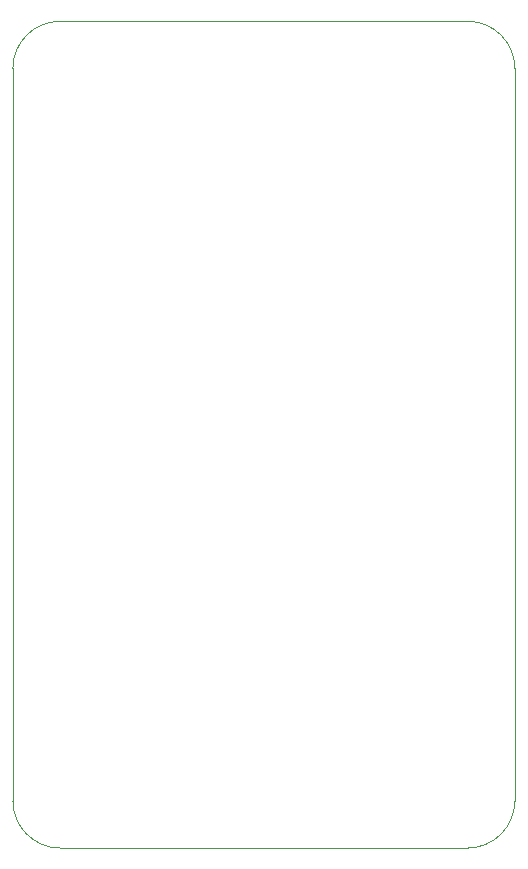
<source format=gbr>
%TF.GenerationSoftware,KiCad,Pcbnew,9.0.6*%
%TF.CreationDate,2025-12-26T01:32:08+09:00*%
%TF.ProjectId,PicomniRover,5069636f-6d6e-4695-926f-7665722e6b69,rev?*%
%TF.SameCoordinates,Original*%
%TF.FileFunction,Profile,NP*%
%FSLAX46Y46*%
G04 Gerber Fmt 4.6, Leading zero omitted, Abs format (unit mm)*
G04 Created by KiCad (PCBNEW 9.0.6) date 2025-12-26 01:32:08*
%MOMM*%
%LPD*%
G01*
G04 APERTURE LIST*
%TA.AperFunction,Profile*%
%ADD10C,0.050000*%
%TD*%
G04 APERTURE END LIST*
D10*
X86000000Y-42500000D02*
X51500000Y-42500000D01*
X86000000Y-42500000D02*
G75*
G02*
X90000000Y-46500000I0J-4000000D01*
G01*
X90000000Y-108500000D02*
G75*
G02*
X86000000Y-112500000I-4000000J0D01*
G01*
X47500000Y-46500000D02*
X47500000Y-108500000D01*
X47500000Y-46500000D02*
G75*
G02*
X51500000Y-42500000I4000000J0D01*
G01*
X90000000Y-108500000D02*
X90000000Y-46500000D01*
X51500000Y-112500000D02*
G75*
G02*
X47500000Y-108500000I0J4000000D01*
G01*
X51500000Y-112500000D02*
X86000000Y-112500000D01*
M02*

</source>
